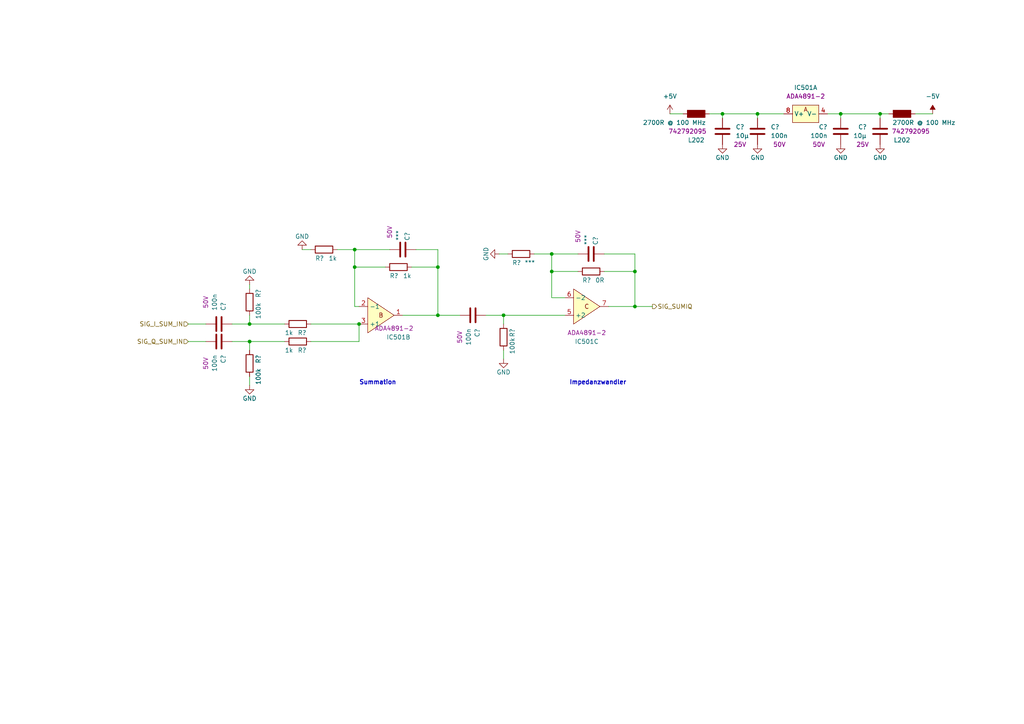
<source format=kicad_sch>
(kicad_sch (version 20230121) (generator eeschema)
  (paper "A4")
  (lib_symbols
    (symbol "ADA4891-2_1"
      (property "Reference" "IC" (at 0 10.16 0))
      (property "Part Number" "ADA4891-2" (at 0 7.62 0))
      (symbol "ADA4891-2_1_1_1"
        (rectangle (start -3.81 2.54) (end 3.81 -2.54) (fill (type background)))
        (text "A" (at 0 1.27 0) (effects (font (size 1.27 1.27))))
        (pin power_in line (at -6.35 0 0) (length 2.54) (name "V-") (number "4"))
        (pin power_in line (at 6.35 0 180) (length 2.54) (name "V+") (number "8"))
      )
      (symbol "ADA4891-2_1_2_1"
        (polyline (pts (xy -3.81 5.08) (xy -3.81 -5.08) (xy 3.81 0) (xy -3.81 5.08)) (fill (type background)))
        (text "B" (at 0 0 0) (effects (font (size 1.27 1.27))))
        (pin passive line (at 6.35 0 180) (length 2.54) (name "") (number "1"))
        (pin passive line (at -6.35 -2.54 0) (length 2.54) (name "-1") (number "2"))
        (pin passive line (at -6.35 2.54 0) (length 2.54) (name "+1") (number "3"))
      )
      (symbol "ADA4891-2_1_3_1"
        (polyline (pts (xy -3.81 5.08) (xy -3.81 -5.08) (xy 3.81 0) (xy -3.81 5.08)) (fill (type background)))
        (text "C" (at 0 0 0) (effects (font (size 1.27 1.27))))
        (pin input line (at -6.35 2.54 0) (length 2.54) (name "+2") (number "5"))
        (pin input line (at -6.35 -2.54 0) (length 2.54) (name "-2") (number "6"))
        (pin output line (at 6.35 0 180) (length 2.54) (name "") (number "7"))
      )
    )
    (symbol "ADA4891-2_2"
      (property "Reference" "IC" (at 0 10.16 0))
      (property "Part Number" "ADA4891-2" (at 0 7.62 0))
      (symbol "ADA4891-2_2_1_1"
        (rectangle (start -3.81 2.54) (end 3.81 -2.54) (fill (type background)))
        (text "A" (at 0 1.27 0) (effects (font (size 1.27 1.27))))
        (pin power_in line (at -6.35 0 0) (length 2.54) (name "V-") (number "4"))
        (pin power_in line (at 6.35 0 180) (length 2.54) (name "V+") (number "8"))
      )
      (symbol "ADA4891-2_2_2_1"
        (polyline (pts (xy -3.81 5.08) (xy -3.81 -5.08) (xy 3.81 0) (xy -3.81 5.08)) (fill (type background)))
        (text "B" (at 0 0 0) (effects (font (size 1.27 1.27))))
        (pin passive line (at 6.35 0 180) (length 2.54) (name "") (number "1"))
        (pin passive line (at -6.35 -2.54 0) (length 2.54) (name "-1") (number "2"))
        (pin passive line (at -6.35 2.54 0) (length 2.54) (name "+1") (number "3"))
      )
      (symbol "ADA4891-2_2_3_1"
        (polyline (pts (xy -3.81 5.08) (xy -3.81 -5.08) (xy 3.81 0) (xy -3.81 5.08)) (fill (type background)))
        (text "C" (at 0 0 0) (effects (font (size 1.27 1.27))))
        (pin input line (at -6.35 2.54 0) (length 2.54) (name "+2") (number "5"))
        (pin input line (at -6.35 -2.54 0) (length 2.54) (name "-2") (number "6"))
        (pin output line (at 6.35 0 180) (length 2.54) (name "") (number "7"))
      )
    )
    (symbol "BestParts_ICs:ADA4891-2"
      (property "Reference" "IC" (at 0 10.16 0))
      (property "Part Number" "ADA4891-2" (at 0 7.62 0))
      (symbol "ADA4891-2_1_1"
        (rectangle (start -3.81 2.54) (end 3.81 -2.54) (fill (type background)))
        (text "A" (at 0 1.27 0) (effects (font (size 1.27 1.27))))
        (pin power_in line (at -6.35 0 0) (length 2.54) (name "V-") (number "4"))
        (pin power_in line (at 6.35 0 180) (length 2.54) (name "V+") (number "8"))
      )
      (symbol "ADA4891-2_2_1"
        (polyline (pts (xy -3.81 5.08) (xy -3.81 -5.08) (xy 3.81 0) (xy -3.81 5.08)) (fill (type background)))
        (text "B" (at 0 0 0) (effects (font (size 1.27 1.27))))
        (pin passive line (at 6.35 0 180) (length 2.54) (name "") (number "1"))
        (pin passive line (at -6.35 -2.54 0) (length 2.54) (name "-1") (number "2"))
        (pin passive line (at -6.35 2.54 0) (length 2.54) (name "+1") (number "3"))
      )
      (symbol "ADA4891-2_3_1"
        (polyline (pts (xy -3.81 5.08) (xy -3.81 -5.08) (xy 3.81 0) (xy -3.81 5.08)) (fill (type background)))
        (text "C" (at 0 0 0) (effects (font (size 1.27 1.27))))
        (pin input line (at -6.35 2.54 0) (length 2.54) (name "+2") (number "5"))
        (pin input line (at -6.35 -2.54 0) (length 2.54) (name "-2") (number "6"))
        (pin output line (at 6.35 0 180) (length 2.54) (name "") (number "7"))
      )
    )
    (symbol "Device:C" (pin_numbers hide) (pin_names (offset 0.254))
      (property "Reference" "C" (at 0.635 2.54 0))
      (property "Value" "C" (at 0.635 -2.54 0))
      (symbol "C_0_1"
        (polyline (pts (xy -2.032 -0.762) (xy 2.032 -0.762)) (stroke (width 0.508)))
        (polyline (pts (xy -2.032 0.762) (xy 2.032 0.762)) (stroke (width 0.508)))
      )
      (symbol "C_1_1"
        (pin passive line (at 0 3.81 270) (length 2.794) (name "~") (number "1"))
        (pin passive line (at 0 -3.81 90) (length 2.794) (name "~") (number "2"))
      )
    )
    (symbol "Device:R" (pin_numbers hide) (pin_names (offset 0))
      (property "Reference" "R" (at 2.032 0 90))
      (property "Value" "R" (at 0 0 90))
      (symbol "R_0_1"
        (rectangle (start -1.016 -2.54) (end 1.016 2.54) (stroke (width 0.254)))
      )
      (symbol "R_1_1"
        (pin passive line (at 0 3.81 270) (length 1.27) (name "~") (number "1"))
        (pin passive line (at 0 -3.81 90) (length 1.27) (name "~") (number "2"))
      )
    )
    (symbol "Ferrit_1" (pin_numbers hide)
      (property "Reference" "L" (at 0 2.54 0))
      (symbol "Ferrit_1_1_1"
        (rectangle (start -2.54 1.016) (end 2.54 -1.016) (stroke (width 0.254)) (fill (type outline)))
        (pin passive line (at -3.81 0 0) (length 1.27) (name "") (number "1"))
        (pin passive line (at 3.81 0 180) (length 1.27) (name "") (number "2"))
      )
    )
    (symbol "power:+5V" (power) (pin_names (offset 0))
      (property "Value" "+5V" (at 0 3.556 0))
      (symbol "+5V_0_1"
        (polyline (pts (xy -0.762 1.27) (xy 0 2.54)))
        (polyline (pts (xy 0 0) (xy 0 2.54)))
        (polyline (pts (xy 0 2.54) (xy 0.762 1.27)))
      )
      (symbol "+5V_1_1"
        (pin power_in line (at 0 0 90) (length 0) hide (name "+5V") (number "1"))
      )
    )
    (symbol "power:-5V" (power) (pin_names (offset 0))
      (property "Value" "-5V" (at 0 3.81 0))
      (symbol "-5V_0_0"
        (pin power_in line (at 0 0 90) (length 0) hide (name "-5V") (number "1"))
      )
      (symbol "-5V_0_1"
        (polyline (pts (xy 0 0) (xy 0 1.27) (xy 0.762 1.27) (xy 0 2.54) (xy -0.762 1.27) (xy 0 1.27)) (fill (type outline)))
      )
    )
    (symbol "power:GND" (power) (pin_names (offset 0))
      (property "Value" "GND" (at 0 -3.81 0))
      (symbol "GND_0_1"
        (polyline (pts (xy 0 0) (xy 0 -1.27) (xy 1.27 -1.27) (xy 0 -2.54) (xy -1.27 -1.27) (xy 0 -1.27)))
      )
      (symbol "GND_1_1"
        (pin power_in line (at 0 0 270) (length 0) hide (name "GND") (number "1"))
      )
    )
  )
  (junction (at 102.87 77.47))
  (junction (at 127 77.47))
  (junction (at 127 91.44))
  (junction (at 160.02 78.74))
  (junction (at 184.15 78.74))
  (junction (at 209.55 33.02))
  (junction (at 72.39 99.06))
  (junction (at 72.39 93.98))
  (junction (at 243.84 33.02))
  (junction (at 219.71 33.02))
  (junction (at 102.87 72.39))
  (junction (at 184.15 88.9))
  (junction (at 255.27 33.02))
  (junction (at 146.05 91.44))
  (junction (at 160.02 73.66))
  (junction (at 104.14 93.98))
  (wire (pts (xy 144.78 73.66) (xy 147.32 73.66)))
  (wire (pts (xy 243.84 33.02) (xy 243.84 34.29)))
  (wire (pts (xy 54.61 99.06) (xy 59.69 99.06)))
  (wire (pts (xy 219.71 33.02) (xy 209.55 33.02)))
  (wire (pts (xy 175.26 78.74) (xy 184.15 78.74)))
  (wire (pts (xy 72.39 93.98) (xy 82.55 93.98)))
  (wire (pts (xy 176.53 88.9) (xy 184.15 88.9)))
  (wire (pts (xy 160.02 86.36) (xy 163.83 86.36)))
  (wire (pts (xy 257.81 33.02) (xy 255.27 33.02)))
  (wire (pts (xy 104.14 93.98) (xy 104.14 99.06)))
  (wire (pts (xy 243.84 33.02) (xy 255.27 33.02)))
  (wire (pts (xy 102.87 77.47) (xy 102.87 88.9)))
  (wire (pts (xy 219.71 33.02) (xy 219.71 34.29)))
  (wire (pts (xy 90.17 93.98) (xy 104.14 93.98)))
  (wire (pts (xy 160.02 78.74) (xy 167.64 78.74)))
  (wire (pts (xy 127 77.47) (xy 127 91.44)))
  (wire (pts (xy 116.84 91.44) (xy 127 91.44)))
  (wire (pts (xy 54.61 93.98) (xy 59.69 93.98)))
  (wire (pts (xy 175.26 73.66) (xy 184.15 73.66)))
  (wire (pts (xy 119.38 77.47) (xy 127 77.47)))
  (wire (pts (xy 184.15 78.74) (xy 184.15 88.9)))
  (wire (pts (xy 120.65 72.39) (xy 127 72.39)))
  (wire (pts (xy 160.02 78.74) (xy 160.02 86.36)))
  (wire (pts (xy 72.39 91.44) (xy 72.39 93.98)))
  (wire (pts (xy 102.87 72.39) (xy 113.03 72.39)))
  (wire (pts (xy 72.39 99.06) (xy 72.39 101.6)))
  (wire (pts (xy 270.51 33.02) (xy 265.43 33.02)))
  (wire (pts (xy 87.63 72.39) (xy 90.17 72.39)))
  (wire (pts (xy 160.02 73.66) (xy 167.64 73.66)))
  (wire (pts (xy 67.31 99.06) (xy 72.39 99.06)))
  (wire (pts (xy 72.39 82.55) (xy 72.39 83.82)))
  (wire (pts (xy 97.79 72.39) (xy 102.87 72.39)))
  (wire (pts (xy 102.87 88.9) (xy 104.14 88.9)))
  (wire (pts (xy 154.94 73.66) (xy 160.02 73.66)))
  (wire (pts (xy 146.05 101.6) (xy 146.05 104.14)))
  (wire (pts (xy 146.05 91.44) (xy 163.83 91.44)))
  (wire (pts (xy 184.15 73.66) (xy 184.15 78.74)))
  (wire (pts (xy 184.15 88.9) (xy 189.23 88.9)))
  (wire (pts (xy 72.39 109.22) (xy 72.39 111.76)))
  (wire (pts (xy 227.33 33.02) (xy 219.71 33.02)))
  (wire (pts (xy 146.05 91.44) (xy 146.05 93.98)))
  (wire (pts (xy 127 72.39) (xy 127 77.47)))
  (wire (pts (xy 140.97 91.44) (xy 146.05 91.44)))
  (wire (pts (xy 102.87 77.47) (xy 111.76 77.47)))
  (wire (pts (xy 209.55 33.02) (xy 209.55 34.29)))
  (wire (pts (xy 67.31 93.98) (xy 72.39 93.98)))
  (wire (pts (xy 72.39 99.06) (xy 82.55 99.06)))
  (wire (pts (xy 194.31 33.02) (xy 198.12 33.02)))
  (wire (pts (xy 127 91.44) (xy 133.35 91.44)))
  (wire (pts (xy 102.87 72.39) (xy 102.87 77.47)))
  (wire (pts (xy 90.17 99.06) (xy 104.14 99.06)))
  (wire (pts (xy 205.74 33.02) (xy 209.55 33.02)))
  (wire (pts (xy 240.03 33.02) (xy 243.84 33.02)))
  (wire (pts (xy 160.02 73.66) (xy 160.02 78.74)))
  (wire (pts (xy 255.27 33.02) (xy 255.27 34.29)))
  (text "Summation" (at 104.14 111.76 0) (effects (font (size 1.27 1.27) bold) (justify left bottom)))
  (text "Impedanzwandler" (at 165.1 111.76 0) (effects (font (size 1.27 1.27) bold) (justify left bottom)))
  (hierarchical_label "SIG_Q_SUM_IN" (shape input) (at 54.61 99.06 180))
  (hierarchical_label "SIG_SUMIQ" (shape output) (at 189.23 88.9 0))
  (hierarchical_label "SIG_I_SUM_IN" (shape input) (at 54.61 93.98 180))
  (symbol (lib_id "Device:R") (at 115.57 77.47 90) (mirror x) (unit 1)
    (property "Reference" "R?" (at 114.3 80.01 90))
    (property "Value" "1k" (at 118.11 80.01 90))
    (property "Footprint" "BestParts_Resistors:R_0603" (effects hide))
    (property "Part Number" "Generic" (effects hide))
    (instances (project "Analog_Calc_V2" (path "" (reference "R?") (unit 1)) (path "" (reference "R?") (unit 1)) (path "" (reference "R?") (unit 1)) (path "" (reference "R501") (unit 1))))
  )
  (symbol (lib_id "Device:C") (at 63.5 99.06 270) (unit 1)
    (property "Reference" "C?" (at 64.77 102.87 0) (effects (justify left)))
    (property "Value" "100n" (at 62.23 102.87 0) (effects (justify left)))
    (property "Footprint" "BestParts_Caps:C_0603" (effects hide))
    (property "Voltage" "50V" (at 59.69 105.41 0))
    (instances (project "Analog_Calc_V2" (path "" (reference "C?") (unit 1)) (path "" (reference "C?") (unit 1)) (path "" (reference "C421") (unit 1)) (path "" (reference "C506") (unit 1))))
  )
  (symbol (lib_id "Device:R") (at 171.45 78.74 90) (mirror x) (unit 1)
    (property "Reference" "R?" (at 170.18 81.28 90))
    (property "Value" "0R" (at 173.99 81.28 90))
    (property "Footprint" "BestParts_Resistors:R_0603" (effects hide))
    (property "Part Number" "Generic" (effects hide))
    (instances (project "Analog_Calc_V2" (path "" (reference "R?") (unit 1)) (path "" (reference "R?") (unit 1)) (path "" (reference "R?") (unit 1)) (path "" (reference "R509") (unit 1))))
  )
  (symbol (lib_id "Device:C") (at 243.84 38.1 0) (mirror y) (unit 1)
    (property "Reference" "C?" (at 240.03 36.83 0) (effects (justify left)))
    (property "Value" "100n" (at 240.03 39.37 0) (effects (justify left)))
    (property "Footprint" "BestParts_Caps:C_0603" (effects hide))
    (property "Voltage" "50V" (at 237.49 41.91 0))
    (instances (project "Analog_Calc_V2" (path "" (reference "C?") (unit 1)) (path "" (reference "C?") (unit 1)) (path "" (reference "C?") (unit 1)) (path "" (reference "C502") (unit 1))))
  )
  (symbol (lib_id "Device:C") (at 171.45 73.66 270) (mirror x) (unit 1)
    (property "Reference" "C?" (at 172.72 71.12 0) (effects (justify left)))
    (property "Value" "***" (at 170.18 71.12 0) (effects (justify left)))
    (property "Footprint" "BestParts_Caps:C_0603" (effects hide))
    (property "Voltage" "50V" (at 167.64 68.58 0))
    (instances (project "Analog_Calc_V2" (path "" (reference "C?") (unit 1)) (path "" (reference "C?") (unit 1)) (path "" (reference "C?") (unit 1)) (path "" (reference "C509") (unit 1))))
  )
  (symbol (lib_id "power:GND") (at 144.78 73.66 270) (mirror x) (unit 1)
    (property "Reference" "#PWR?" (effects hide))
    (property "Value" "GND" (at 140.97 73.66 0))
    (instances (project "Analog_Calc_V2" (path "" (reference "#PWR?") (unit 1)) (path "" (reference "#PWR?") (unit 1)) (path "" (reference "#PWR0508") (unit 1))))
  )
  (symbol (lib_id "Device:R") (at 93.98 72.39 90) (mirror x) (unit 1)
    (property "Reference" "R?" (at 92.71 74.93 90))
    (property "Value" "1k" (at 96.52 74.93 90))
    (property "Footprint" "BestParts_Resistors:R_0603" (effects hide))
    (property "Part Number" "Generic" (effects hide))
    (instances (project "Analog_Calc_V2" (path "" (reference "R?") (unit 1)) (path "" (reference "R?") (unit 1)) (path "" (reference "R?") (unit 1)) (path "" (reference "R504") (unit 1))))
  )
  (symbol (lib_id "Device:C") (at 255.27 38.1 0) (mirror y) (unit 1)
    (property "Reference" "C?" (at 251.46 36.83 0) (effects (justify left)))
    (property "Value" "10µ" (at 251.46 39.37 0) (effects (justify left)))
    (property "Footprint" "BestParts_Caps:C_0603" (effects hide))
    (property "Voltage" "25V" (at 250.19 41.91 0))
    (instances (project "Analog_Calc_V2" (path "" (reference "C?") (unit 1)) (path "" (reference "C?") (unit 1)) (path "" (reference "C?") (unit 1)) (path "" (reference "C501") (unit 1))))
  )
  (symbol (lib_id "Device:C") (at 209.55 38.1 0) (unit 1)
    (property "Reference" "C?" (at 213.36 36.83 0) (effects (justify left)))
    (property "Value" "10µ" (at 213.36 39.37 0) (effects (justify left)))
    (property "Footprint" "BestParts_Caps:C_0603" (effects hide))
    (property "Voltage" "25V" (at 214.63 41.91 0))
    (instances (project "Analog_Calc_V2" (path "" (reference "C?") (unit 1)) (path "" (reference "C?") (unit 1)) (path "" (reference "C?") (unit 1)) (path "" (reference "C504") (unit 1))))
  )
  (symbol (lib_id "power:GND") (at 219.71 41.91 0) (unit 1)
    (property "Reference" "#PWR?" (effects hide))
    (property "Value" "GND" (at 219.71 45.72 0))
    (instances (project "Analog_Calc_V2" (path "" (reference "#PWR?") (unit 1)) (path "" (reference "#PWR?") (unit 1)) (path "" (reference "#PWR0505") (unit 1))))
  )
  (symbol (lib_id "power:+5V") (at 194.31 33.02 0) (unit 1)
    (property "Reference" "#PWR?" (effects hide))
    (property "Value" "+5V" (at 194.31 27.94 0))
    (instances (project "Analog_Calc_V2" (path "" (reference "#PWR?") (unit 1)) (path "" (reference "#PWR?") (unit 1)) (path "" (reference "#PWR0502") (unit 1))))
  )
  (symbol (lib_name "ADA4891-2_1") (lib_id "BestParts_ICs:ADA4891-2") (at 110.49 91.44 0) (mirror x) (unit 2)
    (property "Reference" "IC501" (at 115.57 97.79 0))
    (property "Value" "*" (effects hide))
    (property "Footprint" "BestParts_ICs:ADA4891-2 - SOIC-8" (effects hide))
    (property "Part Number" "ADA4891-2" (at 114.3 95.25 0))
    (property "Manufacturer" "Analog Devices" (effects hide))
  )
  (symbol (lib_id "power:GND") (at 209.55 41.91 0) (unit 1)
    (property "Reference" "#PWR?" (effects hide))
    (property "Value" "GND" (at 209.55 45.72 0))
    (instances (project "Analog_Calc_V2" (path "" (reference "#PWR?") (unit 1)) (path "" (reference "#PWR?") (unit 1)) (path "" (reference "#PWR0506") (unit 1))))
  )
  (symbol (lib_id "Device:R") (at 72.39 105.41 0) (unit 1)
    (property "Reference" "R?" (at 74.93 104.14 90))
    (property "Value" "100k" (at 74.93 109.22 90))
    (property "Footprint" "BestParts_Resistors:R_0603" (effects hide))
    (property "Part Number" "Generic" (effects hide))
    (instances (project "Analog_Calc_V2" (path "" (reference "R?") (unit 1)) (path "" (reference "R?") (unit 1)) (path "" (reference "R?") (unit 1)) (path "" (reference "R506") (unit 1))))
  )
  (symbol (lib_id "BestParts_ICs:ADA4891-2") (at 233.68 33.02 0) (mirror y) (unit 1)
    (property "Reference" "IC501" (at 233.68 25.4 0))
    (property "Value" "*" (effects hide))
    (property "Footprint" "BestParts_ICs:ADA4891-2 - SOIC-8" (effects hide))
    (property "Part Number" "ADA4891-2" (at 233.68 27.94 0))
    (property "Manufacturer" "Analog Devices" (effects hide))
  )
  (symbol (lib_id "Device:R") (at 86.36 93.98 270) (unit 1)
    (property "Reference" "R?" (at 87.63 96.52 90))
    (property "Value" "1k" (at 83.82 96.52 90))
    (property "Footprint" "BestParts_Resistors:R_0603" (effects hide))
    (property "Part Number" "Generic" (effects hide))
    (instances (project "Analog_Calc_V2" (path "" (reference "R?") (unit 1)) (path "" (reference "R?") (unit 1)) (path "" (reference "R?") (unit 1)) (path "" (reference "R502") (unit 1))))
  )
  (symbol (lib_id "power:GND") (at 72.39 111.76 0) (mirror y) (unit 1)
    (property "Reference" "#PWR?" (effects hide))
    (property "Value" "GND" (at 72.39 115.57 0))
    (instances (project "Analog_Calc_V2" (path "" (reference "#PWR?") (unit 1)) (path "" (reference "#PWR?") (unit 1)) (path "" (reference "#PWR0509") (unit 1))))
  )
  (symbol (lib_id "Device:C") (at 116.84 72.39 270) (mirror x) (unit 1)
    (property "Reference" "C?" (at 118.11 69.85 0) (effects (justify left)))
    (property "Value" "***" (at 115.57 69.85 0) (effects (justify left)))
    (property "Footprint" "BestParts_Caps:C_0603" (effects hide))
    (property "Voltage" "50V" (at 113.03 67.31 0))
    (instances (project "Analog_Calc_V2" (path "" (reference "C?") (unit 1)) (path "" (reference "C?") (unit 1)) (path "" (reference "C?") (unit 1)) (path "" (reference "C505") (unit 1))))
  )
  (symbol (lib_id "power:-5V") (at 270.51 33.02 0) (unit 1)
    (property "Reference" "#PWR?" (effects hide))
    (property "Value" "-5V" (at 270.51 27.94 0))
    (instances (project "Analog_Calc_V2" (path "" (reference "#PWR?") (unit 1)) (path "" (reference "#PWR?") (unit 1)) (path "" (reference "#PWR0501") (unit 1))))
  )
  (symbol (lib_id "Device:R") (at 151.13 73.66 90) (mirror x) (unit 1)
    (property "Reference" "R?" (at 149.86 76.2 90))
    (property "Value" "***" (at 153.67 76.2 90))
    (property "Footprint" "BestParts_Resistors:R_0603" (effects hide))
    (property "Part Number" "Generic" (effects hide))
    (instances (project "Analog_Calc_V2" (path "" (reference "R?") (unit 1)) (path "" (reference "R?") (unit 1)) (path "" (reference "R?") (unit 1)) (path "" (reference "R508") (unit 1))))
  )
  (symbol (lib_name "ADA4891-2_2") (lib_id "BestParts_ICs:ADA4891-2") (at 170.18 88.9 0) (mirror x) (unit 3)
    (property "Reference" "IC501" (at 170.18 99.06 0))
    (property "Value" "*" (effects hide))
    (property "Footprint" "BestParts_ICs:ADA4891-2 - SOIC-8" (effects hide))
    (property "Part Number" "ADA4891-2" (at 170.18 96.52 0))
    (property "Manufacturer" "Analog Devices" (effects hide))
  )
  (symbol (lib_id "power:GND") (at 255.27 41.91 0) (unit 1)
    (property "Reference" "#PWR?" (effects hide))
    (property "Value" "GND" (at 255.27 45.72 0))
    (instances (project "Analog_Calc_V2" (path "" (reference "#PWR?") (unit 1)) (path "" (reference "#PWR?") (unit 1)) (path "" (reference "#PWR0503") (unit 1))))
  )
  (symbol (lib_id "Device:C") (at 219.71 38.1 0) (unit 1)
    (property "Reference" "C?" (at 223.52 36.83 0) (effects (justify left)))
    (property "Value" "100n" (at 223.52 39.37 0) (effects (justify left)))
    (property "Footprint" "BestParts_Caps:C_0603" (effects hide))
    (property "Voltage" "50V" (at 226.06 41.91 0))
    (instances (project "Analog_Calc_V2" (path "" (reference "C?") (unit 1)) (path "" (reference "C?") (unit 1)) (path "" (reference "C?") (unit 1)) (path "" (reference "C503") (unit 1))))
  )
  (symbol (lib_id "power:GND") (at 243.84 41.91 0) (unit 1)
    (property "Reference" "#PWR?" (effects hide))
    (property "Value" "GND" (at 243.84 45.72 0))
    (instances (project "Analog_Calc_V2" (path "" (reference "#PWR?") (unit 1)) (path "" (reference "#PWR?") (unit 1)) (path "" (reference "#PWR0504") (unit 1))))
  )
  (symbol (lib_id "power:GND") (at 72.39 82.55 0) (mirror x) (unit 1)
    (property "Reference" "#PWR?" (effects hide))
    (property "Value" "GND" (at 72.39 78.74 0))
    (instances (project "Analog_Calc_V2" (path "" (reference "#PWR?") (unit 1)) (path "" (reference "#PWR?") (unit 1)) (path "" (reference "#PWR0510") (unit 1))))
  )
  (symbol (lib_name "Ferrit_1") (lib_id "BestParts_Inductors:Ferrit") (at 201.93 33.02 180) (unit 1)
    (property "Reference" "L202" (at 201.93 40.64 0))
    (property "Value" "2700R @ 100 MHz" (at 195.58 35.56 0))
    (property "Footprint" "BestParts_Resistors:R_0805" (effects hide))
    (property "Part Number" "742792095" (at 199.39 38.1 0))
    (instances (project "Analog_Calc_V2" (path "" (reference "L202") (unit 1)) (path "" (reference "L303") (unit 1)) (path "" (reference "L405") (unit 1)) (path "" (reference "L502") (unit 1))))
  )
  (symbol (lib_id "Device:R") (at 146.05 97.79 0) (unit 1)
    (property "Reference" "R?" (at 148.59 96.52 90))
    (property "Value" "100k" (at 148.59 100.33 90))
    (property "Footprint" "BestParts_Resistors:R_0603" (effects hide))
    (property "Part Number" "Generic" (effects hide))
    (instances (project "Analog_Calc_V2" (path "" (reference "R?") (unit 1)) (path "" (reference "R?") (unit 1)) (path "" (reference "R?") (unit 1)) (path "" (reference "R507") (unit 1))))
  )
  (symbol (lib_name "Ferrit_1") (lib_id "BestParts_Inductors:Ferrit") (at 261.62 33.02 0) (mirror x) (unit 1)
    (property "Reference" "L202" (at 261.62 40.64 0))
    (property "Value" "2700R @ 100 MHz" (at 267.97 35.56 0))
    (property "Footprint" "BestParts_Resistors:R_0805" (effects hide))
    (property "Part Number" "742792095" (at 264.16 38.1 0))
    (instances (project "Analog_Calc_V2" (path "" (reference "L202") (unit 1)) (path "" (reference "L303") (unit 1)) (path "" (reference "L405") (unit 1)) (path "" (reference "L501") (unit 1))))
  )
  (symbol (lib_id "Device:C") (at 137.16 91.44 270) (unit 1)
    (property "Reference" "C?" (at 138.43 95.25 0) (effects (justify left)))
    (property "Value" "100n" (at 135.89 95.25 0) (effects (justify left)))
    (property "Footprint" "BestParts_Caps:C_0603" (effects hide))
    (property "Voltage" "50V" (at 133.35 97.79 0))
    (instances (project "Analog_Calc_V2" (path "" (reference "C?") (unit 1)) (path "" (reference "C?") (unit 1)) (path "" (reference "C421") (unit 1)) (path "" (reference "C508") (unit 1))))
  )
  (symbol (lib_id "Device:R") (at 86.36 99.06 270) (unit 1)
    (property "Reference" "R?" (at 87.63 101.6 90))
    (property "Value" "1k" (at 83.82 101.6 90))
    (property "Footprint" "BestParts_Resistors:R_0603" (effects hide))
    (property "Part Number" "Generic" (effects hide))
    (instances (project "Analog_Calc_V2" (path "" (reference "R?") (unit 1)) (path "" (reference "R?") (unit 1)) (path "" (reference "R?") (unit 1)) (path "" (reference "R503") (unit 1))))
  )
  (symbol (lib_id "power:GND") (at 146.05 104.14 0) (mirror y) (unit 1)
    (property "Reference" "#PWR?" (effects hide))
    (property "Value" "GND" (at 146.05 107.95 0))
    (instances (project "Analog_Calc_V2" (path "" (reference "#PWR?") (unit 1)) (path "" (reference "#PWR?") (unit 1)) (path "" (reference "#PWR0511") (unit 1))))
  )
  (symbol (lib_id "Device:R") (at 72.39 87.63 0) (unit 1)
    (property "Reference" "R?" (at 74.93 85.09 90))
    (property "Value" "100k" (at 74.93 90.17 90))
    (property "Footprint" "BestParts_Resistors:R_0603" (effects hide))
    (property "Part Number" "Generic" (effects hide))
    (instances (project "Analog_Calc_V2" (path "" (reference "R?") (unit 1)) (path "" (reference "R?") (unit 1)) (path "" (reference "R?") (unit 1)) (path "" (reference "R505") (unit 1))))
  )
  (symbol (lib_id "power:GND") (at 87.63 72.39 0) (mirror x) (unit 1)
    (property "Reference" "#PWR?" (effects hide))
    (property "Value" "GND" (at 87.63 68.58 0))
    (instances (project "Analog_Calc_V2" (path "" (reference "#PWR?") (unit 1)) (path "" (reference "#PWR?") (unit 1)) (path "" (reference "#PWR0507") (unit 1))))
  )
  (symbol (lib_id "Device:C") (at 63.5 93.98 270) (mirror x) (unit 1)
    (property "Reference" "C?" (at 64.77 90.17 0) (effects (justify left)))
    (property "Value" "100n" (at 62.23 90.17 0) (effects (justify left)))
    (property "Footprint" "BestParts_Caps:C_0603" (effects hide))
    (property "Voltage" "50V" (at 59.69 87.63 0))
    (instances (project "Analog_Calc_V2" (path "" (reference "C?") (unit 1)) (path "" (reference "C?") (unit 1)) (path "" (reference "C421") (unit 1)) (path "" (reference "C507") (unit 1))))
  )
)
</source>
